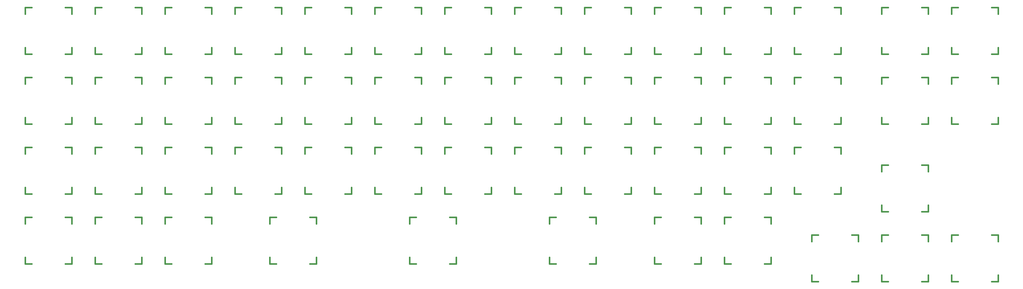
<source format=gbr>
G04 #@! TF.FileFunction,Legend,Top*
%FSLAX46Y46*%
G04 Gerber Fmt 4.6, Leading zero omitted, Abs format (unit mm)*
G04 Created by KiCad (PCBNEW 4.0.7) date 07/11/18 03:04:03*
%MOMM*%
%LPD*%
G01*
G04 APERTURE LIST*
%ADD10C,0.100000*%
%ADD11C,0.381000*%
G04 APERTURE END LIST*
D10*
D11*
X227012500Y-38893750D02*
X228790500Y-38893750D01*
X237934500Y-38893750D02*
X239712500Y-38893750D01*
X239712500Y-38893750D02*
X239712500Y-40671750D01*
X239712500Y-49815750D02*
X239712500Y-51593750D01*
X239712500Y-51593750D02*
X237934500Y-51593750D01*
X228790500Y-51593750D02*
X227012500Y-51593750D01*
X227012500Y-51593750D02*
X227012500Y-49815750D01*
X227012500Y-40671750D02*
X227012500Y-38893750D01*
X207962500Y-57943750D02*
X209740500Y-57943750D01*
X218884500Y-57943750D02*
X220662500Y-57943750D01*
X220662500Y-57943750D02*
X220662500Y-59721750D01*
X220662500Y-68865750D02*
X220662500Y-70643750D01*
X220662500Y-70643750D02*
X218884500Y-70643750D01*
X209740500Y-70643750D02*
X207962500Y-70643750D01*
X207962500Y-70643750D02*
X207962500Y-68865750D01*
X207962500Y-59721750D02*
X207962500Y-57943750D01*
X207962500Y-38893750D02*
X209740500Y-38893750D01*
X218884500Y-38893750D02*
X220662500Y-38893750D01*
X220662500Y-38893750D02*
X220662500Y-40671750D01*
X220662500Y-49815750D02*
X220662500Y-51593750D01*
X220662500Y-51593750D02*
X218884500Y-51593750D01*
X209740500Y-51593750D02*
X207962500Y-51593750D01*
X207962500Y-51593750D02*
X207962500Y-49815750D01*
X207962500Y-40671750D02*
X207962500Y-38893750D01*
X169862500Y-57943750D02*
X171640500Y-57943750D01*
X180784500Y-57943750D02*
X182562500Y-57943750D01*
X182562500Y-57943750D02*
X182562500Y-59721750D01*
X182562500Y-68865750D02*
X182562500Y-70643750D01*
X182562500Y-70643750D02*
X180784500Y-70643750D01*
X171640500Y-70643750D02*
X169862500Y-70643750D01*
X169862500Y-70643750D02*
X169862500Y-68865750D01*
X169862500Y-59721750D02*
X169862500Y-57943750D01*
X188912500Y-57943750D02*
X190690500Y-57943750D01*
X199834500Y-57943750D02*
X201612500Y-57943750D01*
X201612500Y-57943750D02*
X201612500Y-59721750D01*
X201612500Y-68865750D02*
X201612500Y-70643750D01*
X201612500Y-70643750D02*
X199834500Y-70643750D01*
X190690500Y-70643750D02*
X188912500Y-70643750D01*
X188912500Y-70643750D02*
X188912500Y-68865750D01*
X188912500Y-59721750D02*
X188912500Y-57943750D01*
X36512500Y-38893750D02*
X38290500Y-38893750D01*
X47434500Y-38893750D02*
X49212500Y-38893750D01*
X49212500Y-38893750D02*
X49212500Y-40671750D01*
X49212500Y-49815750D02*
X49212500Y-51593750D01*
X49212500Y-51593750D02*
X47434500Y-51593750D01*
X38290500Y-51593750D02*
X36512500Y-51593750D01*
X36512500Y-51593750D02*
X36512500Y-49815750D01*
X36512500Y-40671750D02*
X36512500Y-38893750D01*
X112712500Y-57943750D02*
X114490500Y-57943750D01*
X123634500Y-57943750D02*
X125412500Y-57943750D01*
X125412500Y-57943750D02*
X125412500Y-59721750D01*
X125412500Y-68865750D02*
X125412500Y-70643750D01*
X125412500Y-70643750D02*
X123634500Y-70643750D01*
X114490500Y-70643750D02*
X112712500Y-70643750D01*
X112712500Y-70643750D02*
X112712500Y-68865750D01*
X112712500Y-59721750D02*
X112712500Y-57943750D01*
X227012500Y-19843750D02*
X228790500Y-19843750D01*
X237934500Y-19843750D02*
X239712500Y-19843750D01*
X239712500Y-19843750D02*
X239712500Y-21621750D01*
X239712500Y-30765750D02*
X239712500Y-32543750D01*
X239712500Y-32543750D02*
X237934500Y-32543750D01*
X228790500Y-32543750D02*
X227012500Y-32543750D01*
X227012500Y-32543750D02*
X227012500Y-30765750D01*
X227012500Y-21621750D02*
X227012500Y-19843750D01*
X250825000Y-38893750D02*
X252603000Y-38893750D01*
X261747000Y-38893750D02*
X263525000Y-38893750D01*
X263525000Y-38893750D02*
X263525000Y-40671750D01*
X263525000Y-49815750D02*
X263525000Y-51593750D01*
X263525000Y-51593750D02*
X261747000Y-51593750D01*
X252603000Y-51593750D02*
X250825000Y-51593750D01*
X250825000Y-51593750D02*
X250825000Y-49815750D01*
X250825000Y-40671750D02*
X250825000Y-38893750D01*
X269875000Y-38893750D02*
X271653000Y-38893750D01*
X280797000Y-38893750D02*
X282575000Y-38893750D01*
X282575000Y-38893750D02*
X282575000Y-40671750D01*
X282575000Y-49815750D02*
X282575000Y-51593750D01*
X282575000Y-51593750D02*
X280797000Y-51593750D01*
X271653000Y-51593750D02*
X269875000Y-51593750D01*
X269875000Y-51593750D02*
X269875000Y-49815750D01*
X269875000Y-40671750D02*
X269875000Y-38893750D01*
X74612500Y-57943750D02*
X76390500Y-57943750D01*
X85534500Y-57943750D02*
X87312500Y-57943750D01*
X87312500Y-57943750D02*
X87312500Y-59721750D01*
X87312500Y-68865750D02*
X87312500Y-70643750D01*
X87312500Y-70643750D02*
X85534500Y-70643750D01*
X76390500Y-70643750D02*
X74612500Y-70643750D01*
X74612500Y-70643750D02*
X74612500Y-68865750D01*
X74612500Y-59721750D02*
X74612500Y-57943750D01*
X17462500Y-76993750D02*
X19240500Y-76993750D01*
X28384500Y-76993750D02*
X30162500Y-76993750D01*
X30162500Y-76993750D02*
X30162500Y-78771750D01*
X30162500Y-87915750D02*
X30162500Y-89693750D01*
X30162500Y-89693750D02*
X28384500Y-89693750D01*
X19240500Y-89693750D02*
X17462500Y-89693750D01*
X17462500Y-89693750D02*
X17462500Y-87915750D01*
X17462500Y-78771750D02*
X17462500Y-76993750D01*
X74612500Y-38893750D02*
X76390500Y-38893750D01*
X85534500Y-38893750D02*
X87312500Y-38893750D01*
X87312500Y-38893750D02*
X87312500Y-40671750D01*
X87312500Y-49815750D02*
X87312500Y-51593750D01*
X87312500Y-51593750D02*
X85534500Y-51593750D01*
X76390500Y-51593750D02*
X74612500Y-51593750D01*
X74612500Y-51593750D02*
X74612500Y-49815750D01*
X74612500Y-40671750D02*
X74612500Y-38893750D01*
X250825000Y-81756250D02*
X252603000Y-81756250D01*
X261747000Y-81756250D02*
X263525000Y-81756250D01*
X263525000Y-81756250D02*
X263525000Y-83534250D01*
X263525000Y-92678250D02*
X263525000Y-94456250D01*
X263525000Y-94456250D02*
X261747000Y-94456250D01*
X252603000Y-94456250D02*
X250825000Y-94456250D01*
X250825000Y-94456250D02*
X250825000Y-92678250D01*
X250825000Y-83534250D02*
X250825000Y-81756250D01*
X74612500Y-19843750D02*
X76390500Y-19843750D01*
X85534500Y-19843750D02*
X87312500Y-19843750D01*
X87312500Y-19843750D02*
X87312500Y-21621750D01*
X87312500Y-30765750D02*
X87312500Y-32543750D01*
X87312500Y-32543750D02*
X85534500Y-32543750D01*
X76390500Y-32543750D02*
X74612500Y-32543750D01*
X74612500Y-32543750D02*
X74612500Y-30765750D01*
X74612500Y-21621750D02*
X74612500Y-19843750D01*
X17462500Y-38893750D02*
X19240500Y-38893750D01*
X28384500Y-38893750D02*
X30162500Y-38893750D01*
X30162500Y-38893750D02*
X30162500Y-40671750D01*
X30162500Y-49815750D02*
X30162500Y-51593750D01*
X30162500Y-51593750D02*
X28384500Y-51593750D01*
X19240500Y-51593750D02*
X17462500Y-51593750D01*
X17462500Y-51593750D02*
X17462500Y-49815750D01*
X17462500Y-40671750D02*
X17462500Y-38893750D01*
X93662500Y-38893750D02*
X95440500Y-38893750D01*
X104584500Y-38893750D02*
X106362500Y-38893750D01*
X106362500Y-38893750D02*
X106362500Y-40671750D01*
X106362500Y-49815750D02*
X106362500Y-51593750D01*
X106362500Y-51593750D02*
X104584500Y-51593750D01*
X95440500Y-51593750D02*
X93662500Y-51593750D01*
X93662500Y-51593750D02*
X93662500Y-49815750D01*
X93662500Y-40671750D02*
X93662500Y-38893750D01*
X207962500Y-76993750D02*
X209740500Y-76993750D01*
X218884500Y-76993750D02*
X220662500Y-76993750D01*
X220662500Y-76993750D02*
X220662500Y-78771750D01*
X220662500Y-87915750D02*
X220662500Y-89693750D01*
X220662500Y-89693750D02*
X218884500Y-89693750D01*
X209740500Y-89693750D02*
X207962500Y-89693750D01*
X207962500Y-89693750D02*
X207962500Y-87915750D01*
X207962500Y-78771750D02*
X207962500Y-76993750D01*
X112712500Y-38893750D02*
X114490500Y-38893750D01*
X123634500Y-38893750D02*
X125412500Y-38893750D01*
X125412500Y-38893750D02*
X125412500Y-40671750D01*
X125412500Y-49815750D02*
X125412500Y-51593750D01*
X125412500Y-51593750D02*
X123634500Y-51593750D01*
X114490500Y-51593750D02*
X112712500Y-51593750D01*
X112712500Y-51593750D02*
X112712500Y-49815750D01*
X112712500Y-40671750D02*
X112712500Y-38893750D01*
X131762500Y-38893750D02*
X133540500Y-38893750D01*
X142684500Y-38893750D02*
X144462500Y-38893750D01*
X144462500Y-38893750D02*
X144462500Y-40671750D01*
X144462500Y-49815750D02*
X144462500Y-51593750D01*
X144462500Y-51593750D02*
X142684500Y-51593750D01*
X133540500Y-51593750D02*
X131762500Y-51593750D01*
X131762500Y-51593750D02*
X131762500Y-49815750D01*
X131762500Y-40671750D02*
X131762500Y-38893750D01*
X169862500Y-19843750D02*
X171640500Y-19843750D01*
X180784500Y-19843750D02*
X182562500Y-19843750D01*
X182562500Y-19843750D02*
X182562500Y-21621750D01*
X182562500Y-30765750D02*
X182562500Y-32543750D01*
X182562500Y-32543750D02*
X180784500Y-32543750D01*
X171640500Y-32543750D02*
X169862500Y-32543750D01*
X169862500Y-32543750D02*
X169862500Y-30765750D01*
X169862500Y-21621750D02*
X169862500Y-19843750D01*
X150812500Y-38893750D02*
X152590500Y-38893750D01*
X161734500Y-38893750D02*
X163512500Y-38893750D01*
X163512500Y-38893750D02*
X163512500Y-40671750D01*
X163512500Y-49815750D02*
X163512500Y-51593750D01*
X163512500Y-51593750D02*
X161734500Y-51593750D01*
X152590500Y-51593750D02*
X150812500Y-51593750D01*
X150812500Y-51593750D02*
X150812500Y-49815750D01*
X150812500Y-40671750D02*
X150812500Y-38893750D01*
X169862500Y-38893750D02*
X171640500Y-38893750D01*
X180784500Y-38893750D02*
X182562500Y-38893750D01*
X182562500Y-38893750D02*
X182562500Y-40671750D01*
X182562500Y-49815750D02*
X182562500Y-51593750D01*
X182562500Y-51593750D02*
X180784500Y-51593750D01*
X171640500Y-51593750D02*
X169862500Y-51593750D01*
X169862500Y-51593750D02*
X169862500Y-49815750D01*
X169862500Y-40671750D02*
X169862500Y-38893750D01*
X188912500Y-38893750D02*
X190690500Y-38893750D01*
X199834500Y-38893750D02*
X201612500Y-38893750D01*
X201612500Y-38893750D02*
X201612500Y-40671750D01*
X201612500Y-49815750D02*
X201612500Y-51593750D01*
X201612500Y-51593750D02*
X199834500Y-51593750D01*
X190690500Y-51593750D02*
X188912500Y-51593750D01*
X188912500Y-51593750D02*
X188912500Y-49815750D01*
X188912500Y-40671750D02*
X188912500Y-38893750D01*
X55562500Y-76993750D02*
X57340500Y-76993750D01*
X66484500Y-76993750D02*
X68262500Y-76993750D01*
X68262500Y-76993750D02*
X68262500Y-78771750D01*
X68262500Y-87915750D02*
X68262500Y-89693750D01*
X68262500Y-89693750D02*
X66484500Y-89693750D01*
X57340500Y-89693750D02*
X55562500Y-89693750D01*
X55562500Y-89693750D02*
X55562500Y-87915750D01*
X55562500Y-78771750D02*
X55562500Y-76993750D01*
X231775000Y-81756250D02*
X233553000Y-81756250D01*
X242697000Y-81756250D02*
X244475000Y-81756250D01*
X244475000Y-81756250D02*
X244475000Y-83534250D01*
X244475000Y-92678250D02*
X244475000Y-94456250D01*
X244475000Y-94456250D02*
X242697000Y-94456250D01*
X233553000Y-94456250D02*
X231775000Y-94456250D01*
X231775000Y-94456250D02*
X231775000Y-92678250D01*
X231775000Y-83534250D02*
X231775000Y-81756250D01*
X17462500Y-57943750D02*
X19240500Y-57943750D01*
X28384500Y-57943750D02*
X30162500Y-57943750D01*
X30162500Y-57943750D02*
X30162500Y-59721750D01*
X30162500Y-68865750D02*
X30162500Y-70643750D01*
X30162500Y-70643750D02*
X28384500Y-70643750D01*
X19240500Y-70643750D02*
X17462500Y-70643750D01*
X17462500Y-70643750D02*
X17462500Y-68865750D01*
X17462500Y-59721750D02*
X17462500Y-57943750D01*
X84137500Y-76993750D02*
X85915500Y-76993750D01*
X95059500Y-76993750D02*
X96837500Y-76993750D01*
X96837500Y-76993750D02*
X96837500Y-78771750D01*
X96837500Y-87915750D02*
X96837500Y-89693750D01*
X96837500Y-89693750D02*
X95059500Y-89693750D01*
X85915500Y-89693750D02*
X84137500Y-89693750D01*
X84137500Y-89693750D02*
X84137500Y-87915750D01*
X84137500Y-78771750D02*
X84137500Y-76993750D01*
X150812500Y-57943750D02*
X152590500Y-57943750D01*
X161734500Y-57943750D02*
X163512500Y-57943750D01*
X163512500Y-57943750D02*
X163512500Y-59721750D01*
X163512500Y-68865750D02*
X163512500Y-70643750D01*
X163512500Y-70643750D02*
X161734500Y-70643750D01*
X152590500Y-70643750D02*
X150812500Y-70643750D01*
X150812500Y-70643750D02*
X150812500Y-68865750D01*
X150812500Y-59721750D02*
X150812500Y-57943750D01*
X122237500Y-76993750D02*
X124015500Y-76993750D01*
X133159500Y-76993750D02*
X134937500Y-76993750D01*
X134937500Y-76993750D02*
X134937500Y-78771750D01*
X134937500Y-87915750D02*
X134937500Y-89693750D01*
X134937500Y-89693750D02*
X133159500Y-89693750D01*
X124015500Y-89693750D02*
X122237500Y-89693750D01*
X122237500Y-89693750D02*
X122237500Y-87915750D01*
X122237500Y-78771750D02*
X122237500Y-76993750D01*
X131762500Y-57943750D02*
X133540500Y-57943750D01*
X142684500Y-57943750D02*
X144462500Y-57943750D01*
X144462500Y-57943750D02*
X144462500Y-59721750D01*
X144462500Y-68865750D02*
X144462500Y-70643750D01*
X144462500Y-70643750D02*
X142684500Y-70643750D01*
X133540500Y-70643750D02*
X131762500Y-70643750D01*
X131762500Y-70643750D02*
X131762500Y-68865750D01*
X131762500Y-59721750D02*
X131762500Y-57943750D01*
X188912500Y-19843750D02*
X190690500Y-19843750D01*
X199834500Y-19843750D02*
X201612500Y-19843750D01*
X201612500Y-19843750D02*
X201612500Y-21621750D01*
X201612500Y-30765750D02*
X201612500Y-32543750D01*
X201612500Y-32543750D02*
X199834500Y-32543750D01*
X190690500Y-32543750D02*
X188912500Y-32543750D01*
X188912500Y-32543750D02*
X188912500Y-30765750D01*
X188912500Y-21621750D02*
X188912500Y-19843750D01*
X207962500Y-19843750D02*
X209740500Y-19843750D01*
X218884500Y-19843750D02*
X220662500Y-19843750D01*
X220662500Y-19843750D02*
X220662500Y-21621750D01*
X220662500Y-30765750D02*
X220662500Y-32543750D01*
X220662500Y-32543750D02*
X218884500Y-32543750D01*
X209740500Y-32543750D02*
X207962500Y-32543750D01*
X207962500Y-32543750D02*
X207962500Y-30765750D01*
X207962500Y-21621750D02*
X207962500Y-19843750D01*
X36512500Y-19843750D02*
X38290500Y-19843750D01*
X47434500Y-19843750D02*
X49212500Y-19843750D01*
X49212500Y-19843750D02*
X49212500Y-21621750D01*
X49212500Y-30765750D02*
X49212500Y-32543750D01*
X49212500Y-32543750D02*
X47434500Y-32543750D01*
X38290500Y-32543750D02*
X36512500Y-32543750D01*
X36512500Y-32543750D02*
X36512500Y-30765750D01*
X36512500Y-21621750D02*
X36512500Y-19843750D01*
X93662500Y-19843750D02*
X95440500Y-19843750D01*
X104584500Y-19843750D02*
X106362500Y-19843750D01*
X106362500Y-19843750D02*
X106362500Y-21621750D01*
X106362500Y-30765750D02*
X106362500Y-32543750D01*
X106362500Y-32543750D02*
X104584500Y-32543750D01*
X95440500Y-32543750D02*
X93662500Y-32543750D01*
X93662500Y-32543750D02*
X93662500Y-30765750D01*
X93662500Y-21621750D02*
X93662500Y-19843750D01*
X188912500Y-76993750D02*
X190690500Y-76993750D01*
X199834500Y-76993750D02*
X201612500Y-76993750D01*
X201612500Y-76993750D02*
X201612500Y-78771750D01*
X201612500Y-87915750D02*
X201612500Y-89693750D01*
X201612500Y-89693750D02*
X199834500Y-89693750D01*
X190690500Y-89693750D02*
X188912500Y-89693750D01*
X188912500Y-89693750D02*
X188912500Y-87915750D01*
X188912500Y-78771750D02*
X188912500Y-76993750D01*
X269875000Y-81756250D02*
X271653000Y-81756250D01*
X280797000Y-81756250D02*
X282575000Y-81756250D01*
X282575000Y-81756250D02*
X282575000Y-83534250D01*
X282575000Y-92678250D02*
X282575000Y-94456250D01*
X282575000Y-94456250D02*
X280797000Y-94456250D01*
X271653000Y-94456250D02*
X269875000Y-94456250D01*
X269875000Y-94456250D02*
X269875000Y-92678250D01*
X269875000Y-83534250D02*
X269875000Y-81756250D01*
X227012500Y-57943750D02*
X228790500Y-57943750D01*
X237934500Y-57943750D02*
X239712500Y-57943750D01*
X239712500Y-57943750D02*
X239712500Y-59721750D01*
X239712500Y-68865750D02*
X239712500Y-70643750D01*
X239712500Y-70643750D02*
X237934500Y-70643750D01*
X228790500Y-70643750D02*
X227012500Y-70643750D01*
X227012500Y-70643750D02*
X227012500Y-68865750D01*
X227012500Y-59721750D02*
X227012500Y-57943750D01*
X160337500Y-76993750D02*
X162115500Y-76993750D01*
X171259500Y-76993750D02*
X173037500Y-76993750D01*
X173037500Y-76993750D02*
X173037500Y-78771750D01*
X173037500Y-87915750D02*
X173037500Y-89693750D01*
X173037500Y-89693750D02*
X171259500Y-89693750D01*
X162115500Y-89693750D02*
X160337500Y-89693750D01*
X160337500Y-89693750D02*
X160337500Y-87915750D01*
X160337500Y-78771750D02*
X160337500Y-76993750D01*
X55562500Y-38893750D02*
X57340500Y-38893750D01*
X66484500Y-38893750D02*
X68262500Y-38893750D01*
X68262500Y-38893750D02*
X68262500Y-40671750D01*
X68262500Y-49815750D02*
X68262500Y-51593750D01*
X68262500Y-51593750D02*
X66484500Y-51593750D01*
X57340500Y-51593750D02*
X55562500Y-51593750D01*
X55562500Y-51593750D02*
X55562500Y-49815750D01*
X55562500Y-40671750D02*
X55562500Y-38893750D01*
X112712500Y-19843750D02*
X114490500Y-19843750D01*
X123634500Y-19843750D02*
X125412500Y-19843750D01*
X125412500Y-19843750D02*
X125412500Y-21621750D01*
X125412500Y-30765750D02*
X125412500Y-32543750D01*
X125412500Y-32543750D02*
X123634500Y-32543750D01*
X114490500Y-32543750D02*
X112712500Y-32543750D01*
X112712500Y-32543750D02*
X112712500Y-30765750D01*
X112712500Y-21621750D02*
X112712500Y-19843750D01*
X17462500Y-19843750D02*
X19240500Y-19843750D01*
X28384500Y-19843750D02*
X30162500Y-19843750D01*
X30162500Y-19843750D02*
X30162500Y-21621750D01*
X30162500Y-30765750D02*
X30162500Y-32543750D01*
X30162500Y-32543750D02*
X28384500Y-32543750D01*
X19240500Y-32543750D02*
X17462500Y-32543750D01*
X17462500Y-32543750D02*
X17462500Y-30765750D01*
X17462500Y-21621750D02*
X17462500Y-19843750D01*
X250825000Y-19843750D02*
X252603000Y-19843750D01*
X261747000Y-19843750D02*
X263525000Y-19843750D01*
X263525000Y-19843750D02*
X263525000Y-21621750D01*
X263525000Y-30765750D02*
X263525000Y-32543750D01*
X263525000Y-32543750D02*
X261747000Y-32543750D01*
X252603000Y-32543750D02*
X250825000Y-32543750D01*
X250825000Y-32543750D02*
X250825000Y-30765750D01*
X250825000Y-21621750D02*
X250825000Y-19843750D01*
X269875000Y-19843750D02*
X271653000Y-19843750D01*
X280797000Y-19843750D02*
X282575000Y-19843750D01*
X282575000Y-19843750D02*
X282575000Y-21621750D01*
X282575000Y-30765750D02*
X282575000Y-32543750D01*
X282575000Y-32543750D02*
X280797000Y-32543750D01*
X271653000Y-32543750D02*
X269875000Y-32543750D01*
X269875000Y-32543750D02*
X269875000Y-30765750D01*
X269875000Y-21621750D02*
X269875000Y-19843750D01*
X150812500Y-19843750D02*
X152590500Y-19843750D01*
X161734500Y-19843750D02*
X163512500Y-19843750D01*
X163512500Y-19843750D02*
X163512500Y-21621750D01*
X163512500Y-30765750D02*
X163512500Y-32543750D01*
X163512500Y-32543750D02*
X161734500Y-32543750D01*
X152590500Y-32543750D02*
X150812500Y-32543750D01*
X150812500Y-32543750D02*
X150812500Y-30765750D01*
X150812500Y-21621750D02*
X150812500Y-19843750D01*
X250825000Y-62706250D02*
X252603000Y-62706250D01*
X261747000Y-62706250D02*
X263525000Y-62706250D01*
X263525000Y-62706250D02*
X263525000Y-64484250D01*
X263525000Y-73628250D02*
X263525000Y-75406250D01*
X263525000Y-75406250D02*
X261747000Y-75406250D01*
X252603000Y-75406250D02*
X250825000Y-75406250D01*
X250825000Y-75406250D02*
X250825000Y-73628250D01*
X250825000Y-64484250D02*
X250825000Y-62706250D01*
X93662500Y-57943750D02*
X95440500Y-57943750D01*
X104584500Y-57943750D02*
X106362500Y-57943750D01*
X106362500Y-57943750D02*
X106362500Y-59721750D01*
X106362500Y-68865750D02*
X106362500Y-70643750D01*
X106362500Y-70643750D02*
X104584500Y-70643750D01*
X95440500Y-70643750D02*
X93662500Y-70643750D01*
X93662500Y-70643750D02*
X93662500Y-68865750D01*
X93662500Y-59721750D02*
X93662500Y-57943750D01*
X55562500Y-19843750D02*
X57340500Y-19843750D01*
X66484500Y-19843750D02*
X68262500Y-19843750D01*
X68262500Y-19843750D02*
X68262500Y-21621750D01*
X68262500Y-30765750D02*
X68262500Y-32543750D01*
X68262500Y-32543750D02*
X66484500Y-32543750D01*
X57340500Y-32543750D02*
X55562500Y-32543750D01*
X55562500Y-32543750D02*
X55562500Y-30765750D01*
X55562500Y-21621750D02*
X55562500Y-19843750D01*
X36512500Y-76993750D02*
X38290500Y-76993750D01*
X47434500Y-76993750D02*
X49212500Y-76993750D01*
X49212500Y-76993750D02*
X49212500Y-78771750D01*
X49212500Y-87915750D02*
X49212500Y-89693750D01*
X49212500Y-89693750D02*
X47434500Y-89693750D01*
X38290500Y-89693750D02*
X36512500Y-89693750D01*
X36512500Y-89693750D02*
X36512500Y-87915750D01*
X36512500Y-78771750D02*
X36512500Y-76993750D01*
X55562500Y-57943750D02*
X57340500Y-57943750D01*
X66484500Y-57943750D02*
X68262500Y-57943750D01*
X68262500Y-57943750D02*
X68262500Y-59721750D01*
X68262500Y-68865750D02*
X68262500Y-70643750D01*
X68262500Y-70643750D02*
X66484500Y-70643750D01*
X57340500Y-70643750D02*
X55562500Y-70643750D01*
X55562500Y-70643750D02*
X55562500Y-68865750D01*
X55562500Y-59721750D02*
X55562500Y-57943750D01*
X131762500Y-19843750D02*
X133540500Y-19843750D01*
X142684500Y-19843750D02*
X144462500Y-19843750D01*
X144462500Y-19843750D02*
X144462500Y-21621750D01*
X144462500Y-30765750D02*
X144462500Y-32543750D01*
X144462500Y-32543750D02*
X142684500Y-32543750D01*
X133540500Y-32543750D02*
X131762500Y-32543750D01*
X131762500Y-32543750D02*
X131762500Y-30765750D01*
X131762500Y-21621750D02*
X131762500Y-19843750D01*
X36512500Y-57943750D02*
X38290500Y-57943750D01*
X47434500Y-57943750D02*
X49212500Y-57943750D01*
X49212500Y-57943750D02*
X49212500Y-59721750D01*
X49212500Y-68865750D02*
X49212500Y-70643750D01*
X49212500Y-70643750D02*
X47434500Y-70643750D01*
X38290500Y-70643750D02*
X36512500Y-70643750D01*
X36512500Y-70643750D02*
X36512500Y-68865750D01*
X36512500Y-59721750D02*
X36512500Y-57943750D01*
M02*

</source>
